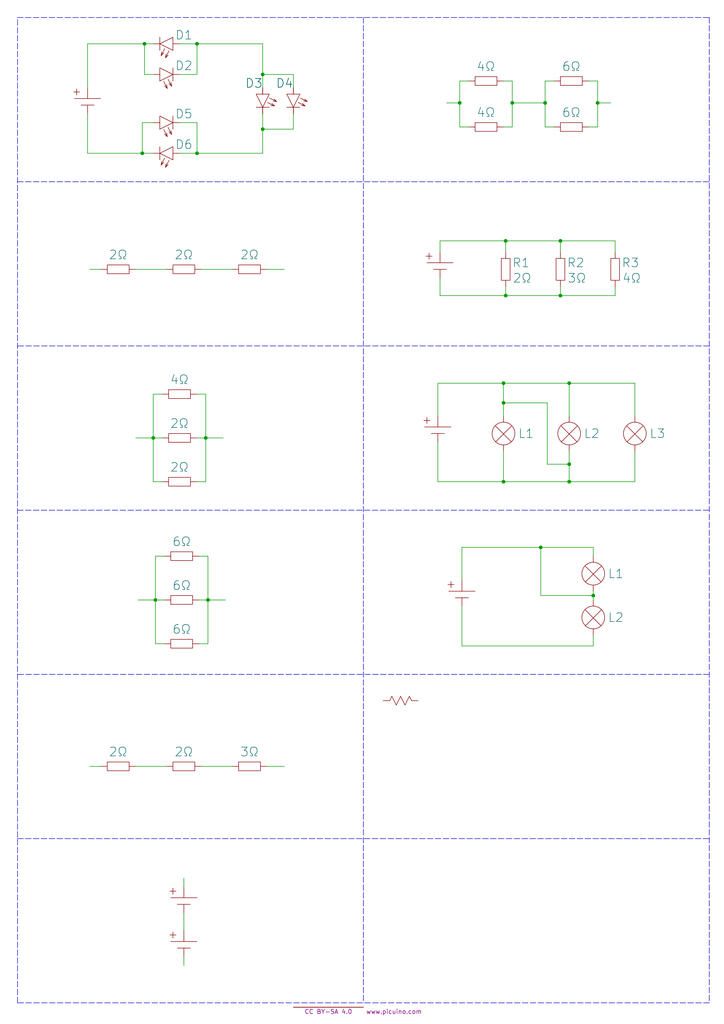
<source format=kicad_sch>
(kicad_sch (version 20231120) (generator "eeschema") (generator_version "8.0")
  (paper "A4" portrait)
  (title_block (title "Circuitos eléctricos para Test Picuino") (date "16/02/2021") (company "www.picuino.com") (comment 1 "Copyright (c) 2021 by Carlos Pardo") (comment 2 "License CC BY-SA 4.0"))
  (lib_symbols
    (symbol "electric-circuits-rescue:CopyRight-simbolos" (pin_names (offset 1.016))
      (property "License" "CC BY-SA 4.0" (at -1.27 -1.27 0))
      (property "Web" "www.picuino.com" (at 0 -1.27 0))
      (symbol "CopyRight-simbolos_0_1"
        (polyline (pts (xy -10.16 0) (xy 10.16 0)) (stroke (width 0.2032)))
      )
    )
    (symbol "electric-circuits-rescue:Pila-simbolos" (pin_names (offset 1.016))
      (property "Reference" "V" (at 5.08 -4.445 0))
      (symbol "Pila-simbolos_0_1"
        (polyline (pts (xy -4.064 -1.27) (xy -2.286 -1.27)))
        (polyline (pts (xy -3.81 -3.175) (xy 3.81 -3.175)))
        (polyline (pts (xy -3.175 -0.381) (xy -3.175 -2.159)))
        (polyline (pts (xy -1.905 -5.08) (xy 1.905 -5.08)))
      )
      (symbol "Pila-simbolos_1_1"
        (pin input line (at 0 -7.62 90) (length 2.54) (name "") (number ""))
        (pin input line (at 0 0 270) (length 3.175) (name "") (number ""))
      )
    )
    (symbol "electric-circuits-rescue:diodo_led-simbolos" (pin_names (offset 1.016))
      (property "Reference" "D" (at 5.08 -3.81 0))
      (symbol "diodo_led-simbolos_0_1"
        (polyline (pts (xy 1.397 -4.318) (xy 3.429 -5.334)))
        (polyline (pts (xy 1.905 -5.715) (xy -1.905 -5.715)))
        (polyline (pts (xy 2.032 -3.048) (xy 4.064 -4.064)))
        (polyline (pts (xy 3.429 -5.334) (xy 2.3622 -5.1816)))
        (polyline (pts (xy 3.429 -5.334) (xy 2.667 -4.572)))
        (polyline (pts (xy 4.064 -4.064) (xy 2.9972 -3.9116)))
        (polyline (pts (xy 4.064 -4.064) (xy 3.302 -3.302)))
        (polyline (pts (xy 1.905 -1.905) (xy -1.905 -1.905) (xy 0 -5.715) (xy 1.905 -1.905)))
      )
      (symbol "diodo_led-simbolos_1_1"
        (pin input line (at 0 -7.62 90) (length 1.905) (name "") (number ""))
        (pin input line (at 0 0 270) (length 1.905) (name "") (number ""))
      )
    )
    (symbol "electric-circuits-rescue:lampara-simbolos" (pin_names (offset 1.016))
      (property "Reference" "L" (at 4.445 -5.08 0))
      (symbol "lampara-simbolos_0_1"
        (circle (center 0 -5.08) (radius 3.302))
        (polyline (pts (xy -2.286 -7.493) (xy 2.286 -2.921)))
        (polyline (pts (xy -2.286 -2.921) (xy 2.286 -7.493)))
      )
      (symbol "lampara-simbolos_1_1"
        (pin input line (at 0 -10.16 90) (length 1.778) (name "") (number ""))
        (pin input line (at 0 0 270) (length 1.778) (name "") (number ""))
      )
    )
    (symbol "electric-circuits-rescue:resistencia-simbolos" (pin_names (offset 1.016))
      (property "Reference" "R" (at 1.905 -5.08 0))
      (symbol "resistencia-simbolos_0_1"
        (rectangle (start -1.27 -1.905) (end 1.27 -8.255))
      )
      (symbol "resistencia-simbolos_1_1"
        (pin input line (at 0 -10.16 90) (length 1.905) (name "") (number ""))
        (pin input line (at 0 0 270) (length 1.905) (name "") (number ""))
      )
    )
    (symbol "electric-circuits-rescue:resistencia2-simbolos" (pin_names (offset 1.016))
      (property "Reference" "R" (at 1.905 -5.08 0))
      (symbol "resistencia2-simbolos_0_1"
        (polyline (pts (xy 0 -1.905) (xy -1.27 -2.54) (xy 1.27 -3.81) (xy -1.27 -5.08) (xy 1.27 -6.35) (xy -1.27 -7.62) (xy 0 -8.255)))
      )
      (symbol "resistencia2-simbolos_1_1"
        (pin input line (at 0 -10.16 90) (length 1.905) (name "") (number ""))
        (pin input line (at 0 0 270) (length 1.905) (name "") (number ""))
      )
    )
  )
  (junction (at 146.685 85.725))
  (junction (at 76.2 37.465))
  (junction (at 146.05 116.84))
  (junction (at 165.1 111.125))
  (junction (at 173.355 29.845))
  (junction (at 146.05 111.125))
  (junction (at 76.2 21.59))
  (junction (at 44.45 127))
  (junction (at 156.845 158.75))
  (junction (at 57.15 44.45))
  (junction (at 148.59 29.845))
  (junction (at 158.115 29.845))
  (junction (at 146.685 69.85))
  (junction (at 146.05 139.7))
  (junction (at 41.91 12.7))
  (junction (at 133.35 29.845))
  (junction (at 57.15 12.7))
  (junction (at 162.56 85.725))
  (junction (at 41.275 44.45))
  (junction (at 162.56 69.85))
  (junction (at 165.1 139.7))
  (junction (at 45.085 173.99))
  (junction (at 60.325 173.99))
  (junction (at 59.69 127))
  (junction (at 172.085 172.72))
  (junction (at 165.1 134.62))
  (wire (pts (xy 76.2 21.59) (xy 76.2 25.4)))
  (wire (pts (xy 44.45 127) (xy 39.37 127)))
  (wire (pts (xy 133.985 158.75) (xy 133.985 168.275)))
  (wire (pts (xy 146.05 116.84) (xy 146.05 111.125)))
  (wire (pts (xy 158.115 23.495) (xy 158.115 29.845)))
  (wire (pts (xy 60.325 173.99) (xy 57.785 173.99)))
  (wire (pts (xy 67.31 78.105) (xy 58.42 78.105)))
  (wire (pts (xy 146.05 139.7) (xy 165.1 139.7)))
  (wire (pts (xy 165.1 130.81) (xy 165.1 134.62)))
  (wire (pts (xy 59.69 139.7) (xy 57.15 139.7)))
  (wire (pts (xy 57.785 161.29) (xy 60.325 161.29)))
  (wire (pts (xy 133.985 187.325) (xy 172.085 187.325)))
  (wire (pts (xy 146.05 120.65) (xy 146.05 116.84)))
  (polyline (pts (xy 205.74 290.83) (xy 5.08 290.83)) (stroke (width 0) (type dash)))
  (wire (pts (xy 25.4 25.4) (xy 25.4 12.7)))
  (wire (pts (xy 127 111.125) (xy 146.05 111.125)))
  (wire (pts (xy 25.4 12.7) (xy 41.91 12.7)))
  (wire (pts (xy 53.34 264.795) (xy 53.34 269.875)))
  (wire (pts (xy 172.085 171.45) (xy 172.085 172.72)))
  (wire (pts (xy 47.625 186.69) (xy 45.085 186.69)))
  (wire (pts (xy 45.085 173.99) (xy 47.625 173.99)))
  (wire (pts (xy 57.15 35.56) (xy 57.15 44.45)))
  (wire (pts (xy 76.2 21.59) (xy 85.09 21.59)))
  (polyline (pts (xy 5.08 52.705) (xy 205.74 52.705)) (stroke (width 0) (type dash)))
  (wire (pts (xy 45.085 186.69) (xy 45.085 173.99)))
  (wire (pts (xy 158.75 134.62) (xy 165.1 134.62)))
  (wire (pts (xy 44.45 127) (xy 46.99 127)))
  (wire (pts (xy 162.56 85.725) (xy 162.56 83.185)))
  (wire (pts (xy 127.635 69.85) (xy 146.685 69.85)))
  (wire (pts (xy 146.685 69.85) (xy 146.685 73.025)))
  (wire (pts (xy 165.1 139.7) (xy 184.15 139.7)))
  (wire (pts (xy 85.09 21.59) (xy 85.09 25.4)))
  (wire (pts (xy 41.91 12.7) (xy 44.45 12.7)))
  (polyline (pts (xy 205.74 5.08) (xy 205.74 290.83)) (stroke (width 0) (type dash)))
  (polyline (pts (xy 205.74 195.58) (xy 5.08 195.58)) (stroke (width 0) (type dash)))
  (wire (pts (xy 133.35 23.495) (xy 133.35 29.845)))
  (wire (pts (xy 127 128.27) (xy 127 139.7)))
  (wire (pts (xy 133.985 175.895) (xy 133.985 187.325)))
  (polyline (pts (xy 5.08 290.83) (xy 5.08 5.08)) (stroke (width 0) (type dash)))
  (wire (pts (xy 53.34 277.495) (xy 53.34 280.035)))
  (polyline (pts (xy 5.08 5.08) (xy 205.74 5.08)) (stroke (width 0) (type dash)))
  (polyline (pts (xy 105.41 5.08) (xy 105.41 290.83)) (stroke (width 0) (type dash)))
  (wire (pts (xy 146.685 85.725) (xy 162.56 85.725)))
  (wire (pts (xy 29.21 222.25) (xy 26.035 222.25)))
  (wire (pts (xy 146.685 69.85) (xy 162.56 69.85)))
  (wire (pts (xy 148.59 29.845) (xy 148.59 36.83)))
  (wire (pts (xy 158.115 23.495) (xy 160.655 23.495)))
  (wire (pts (xy 60.325 161.29) (xy 60.325 173.99)))
  (wire (pts (xy 146.05 23.495) (xy 148.59 23.495)))
  (wire (pts (xy 41.91 21.59) (xy 44.45 21.59)))
  (wire (pts (xy 127 111.125) (xy 127 120.65)))
  (wire (pts (xy 133.35 29.845) (xy 129.54 29.845)))
  (wire (pts (xy 25.4 44.45) (xy 25.4 33.02)))
  (wire (pts (xy 133.985 158.75) (xy 156.845 158.75)))
  (wire (pts (xy 53.34 254.635) (xy 53.34 257.175)))
  (wire (pts (xy 146.685 83.185) (xy 146.685 85.725)))
  (wire (pts (xy 165.1 111.125) (xy 184.15 111.125)))
  (wire (pts (xy 67.31 222.25) (xy 58.42 222.25)))
  (wire (pts (xy 60.325 186.69) (xy 57.785 186.69)))
  (wire (pts (xy 41.275 44.45) (xy 25.4 44.45)))
  (wire (pts (xy 60.325 173.99) (xy 60.325 186.69)))
  (wire (pts (xy 76.2 12.7) (xy 76.2 21.59)))
  (wire (pts (xy 60.325 173.99) (xy 65.405 173.99)))
  (wire (pts (xy 45.085 173.99) (xy 45.085 161.29)))
  (wire (pts (xy 173.355 29.845) (xy 173.355 36.83)))
  (wire (pts (xy 172.085 172.72) (xy 172.085 173.99)))
  (wire (pts (xy 46.99 139.7) (xy 44.45 139.7)))
  (wire (pts (xy 146.05 111.125) (xy 165.1 111.125)))
  (wire (pts (xy 45.085 161.29) (xy 47.625 161.29)))
  (wire (pts (xy 39.37 222.25) (xy 48.26 222.25)))
  (wire (pts (xy 127.635 85.725) (xy 127.635 80.645)))
  (wire (pts (xy 146.05 130.81) (xy 146.05 139.7)))
  (wire (pts (xy 39.37 78.105) (xy 48.26 78.105)))
  (wire (pts (xy 148.59 23.495) (xy 148.59 29.845)))
  (wire (pts (xy 173.355 36.83) (xy 170.815 36.83)))
  (wire (pts (xy 148.59 29.845) (xy 158.115 29.845)))
  (wire (pts (xy 162.56 85.725) (xy 178.435 85.725)))
  (wire (pts (xy 158.115 36.83) (xy 158.115 29.845)))
  (polyline (pts (xy 205.74 100.33) (xy 5.08 100.33)) (stroke (width 0) (type dash)))
  (wire (pts (xy 44.45 35.56) (xy 41.275 35.56)))
  (wire (pts (xy 59.69 114.3) (xy 59.69 127)))
  (wire (pts (xy 127 139.7) (xy 146.05 139.7)))
  (wire (pts (xy 133.35 23.495) (xy 135.89 23.495)))
  (wire (pts (xy 57.15 44.45) (xy 52.07 44.45)))
  (wire (pts (xy 41.91 12.7) (xy 41.91 21.59)))
  (wire (pts (xy 172.085 161.29) (xy 172.085 158.75)))
  (wire (pts (xy 76.2 33.02) (xy 76.2 37.465)))
  (wire (pts (xy 162.56 69.85) (xy 178.435 69.85)))
  (wire (pts (xy 57.15 12.7) (xy 52.07 12.7)))
  (wire (pts (xy 44.45 139.7) (xy 44.45 127)))
  (wire (pts (xy 77.47 78.105) (xy 82.55 78.105)))
  (wire (pts (xy 52.07 21.59) (xy 57.15 21.59)))
  (wire (pts (xy 76.2 37.465) (xy 85.09 37.465)))
  (wire (pts (xy 173.355 29.845) (xy 177.165 29.845)))
  (wire (pts (xy 127.635 73.025) (xy 127.635 69.85)))
  (wire (pts (xy 178.435 85.725) (xy 178.435 83.185)))
  (wire (pts (xy 156.845 158.75) (xy 172.085 158.75)))
  (wire (pts (xy 133.35 36.83) (xy 135.89 36.83)))
  (wire (pts (xy 146.05 116.84) (xy 158.75 116.84)))
  (wire (pts (xy 76.2 37.465) (xy 76.2 44.45)))
  (wire (pts (xy 158.115 36.83) (xy 160.655 36.83)))
  (wire (pts (xy 57.15 12.7) (xy 76.2 12.7)))
  (wire (pts (xy 184.15 139.7) (xy 184.15 130.81)))
  (wire (pts (xy 146.685 85.725) (xy 127.635 85.725)))
  (wire (pts (xy 85.09 37.465) (xy 85.09 33.02)))
  (wire (pts (xy 133.35 29.845) (xy 133.35 36.83)))
  (wire (pts (xy 165.1 120.65) (xy 165.1 111.125)))
  (wire (pts (xy 165.1 134.62) (xy 165.1 139.7)))
  (wire (pts (xy 41.275 35.56) (xy 41.275 44.45)))
  (wire (pts (xy 172.085 172.72) (xy 156.845 172.72)))
  (wire (pts (xy 162.56 69.85) (xy 162.56 73.025)))
  (polyline (pts (xy 5.08 147.955) (xy 205.74 147.955)) (stroke (width 0) (type dash)))
  (wire (pts (xy 44.45 127) (xy 44.45 114.3)))
  (wire (pts (xy 148.59 36.83) (xy 146.05 36.83)))
  (wire (pts (xy 170.815 23.495) (xy 173.355 23.495)))
  (wire (pts (xy 41.275 44.45) (xy 44.45 44.45)))
  (wire (pts (xy 156.845 172.72) (xy 156.845 158.75)))
  (wire (pts (xy 184.15 120.65) (xy 184.15 111.125)))
  (wire (pts (xy 57.15 114.3) (xy 59.69 114.3)))
  (wire (pts (xy 59.69 127) (xy 57.15 127)))
  (wire (pts (xy 173.355 23.495) (xy 173.355 29.845)))
  (wire (pts (xy 76.2 44.45) (xy 57.15 44.45)))
  (wire (pts (xy 59.69 127) (xy 59.69 139.7)))
  (wire (pts (xy 158.75 116.84) (xy 158.75 134.62)))
  (polyline (pts (xy 5.08 243.205) (xy 205.74 243.205)) (stroke (width 0) (type dash)))
  (wire (pts (xy 44.45 114.3) (xy 46.99 114.3)))
  (wire (pts (xy 77.47 222.25) (xy 82.55 222.25)))
  (wire (pts (xy 57.15 21.59) (xy 57.15 12.7)))
  (wire (pts (xy 52.07 35.56) (xy 57.15 35.56)))
  (wire (pts (xy 45.085 173.99) (xy 40.005 173.99)))
  (wire (pts (xy 29.21 78.105) (xy 26.035 78.105)))
  (wire (pts (xy 59.69 127) (xy 64.77 127)))
  (wire (pts (xy 178.435 69.85) (xy 178.435 73.025)))
  (wire (pts (xy 172.085 184.15) (xy 172.085 187.325)))
  (text "47" (at 219.075 31.75 0) (effects (font (size 7.62 7.62)) (justify left bottom)))
  (text "48" (at 218.44 78.105 0) (effects (font (size 7.62 7.62)) (justify left bottom)))
  (text "42" (at -19.05 81.28 0) (effects (font (size 7.62 7.62)) (justify left bottom)))
  (text "41" (at -19.685 32.385 0) (effects (font (size 7.62 7.62)) (justify left bottom)))
  (symbol (lib_id "electric-circuits-rescue:resistencia-simbolos") (at 39.37 78.105 270) (unit 1)
    (property "Reference" "R?" (effects (hide yes)))
    (property "Value" "2Ω" (at 34.29 73.8886 90) (effects (font (size 2.54 2.54))))
  )
  (symbol (lib_id "electric-circuits-rescue:resistencia-simbolos") (at 58.42 78.105 270) (unit 1)
    (property "Reference" "R?" (effects (hide yes)))
    (property "Value" "2Ω" (at 53.34 73.8886 90) (effects (font (size 2.54 2.54))))
  )
  (symbol (lib_id "electric-circuits-rescue:resistencia-simbolos") (at 77.47 78.105 270) (unit 1)
    (property "Reference" "R?" (effects (hide yes)))
    (property "Value" "2Ω" (at 72.39 73.8886 90) (effects (font (size 2.54 2.54))))
  )
  (symbol (lib_id "electric-circuits-rescue:resistencia-simbolos") (at 57.15 114.3 270) (unit 1)
    (property "Reference" "R?" (effects (hide yes)))
    (property "Value" "4Ω" (at 52.07 110.0836 90) (effects (font (size 2.54 2.54))))
  )
  (symbol (lib_id "electric-circuits-rescue:resistencia-simbolos") (at 57.15 127 270) (unit 1)
    (property "Reference" "R?" (effects (hide yes)))
    (property "Value" "2Ω" (at 52.07 122.7836 90) (effects (font (size 2.54 2.54))))
  )
  (symbol (lib_id "electric-circuits-rescue:resistencia-simbolos") (at 57.15 139.7 270) (unit 1)
    (property "Reference" "R?" (effects (hide yes)))
    (property "Value" "2Ω" (at 52.07 135.4836 90) (effects (font (size 2.54 2.54))))
  )
  (symbol (lib_id "electric-circuits-rescue:resistencia-simbolos") (at 57.785 161.29 270) (unit 1)
    (property "Reference" "R?" (effects (hide yes)))
    (property "Value" "6Ω" (at 52.705 157.0736 90) (effects (font (size 2.54 2.54))))
  )
  (symbol (lib_id "electric-circuits-rescue:resistencia-simbolos") (at 57.785 173.99 270) (unit 1)
    (property "Reference" "R?" (effects (hide yes)))
    (property "Value" "6Ω" (at 52.705 169.7736 90) (effects (font (size 2.54 2.54))))
  )
  (symbol (lib_id "electric-circuits-rescue:resistencia-simbolos") (at 57.785 186.69 270) (unit 1)
    (property "Reference" "R?" (effects (hide yes)))
    (property "Value" "6Ω" (at 52.705 182.4736 90) (effects (font (size 2.54 2.54))))
  )
  (symbol (lib_id "electric-circuits-rescue:resistencia-simbolos") (at 39.37 222.25 270) (unit 1)
    (property "Reference" "R?" (effects (hide yes)))
    (property "Value" "2Ω" (at 34.29 218.0336 90) (effects (font (size 2.54 2.54))))
  )
  (symbol (lib_id "electric-circuits-rescue:resistencia-simbolos") (at 58.42 222.25 270) (unit 1)
    (property "Reference" "R?" (effects (hide yes)))
    (property "Value" "2Ω" (at 53.34 218.0336 90) (effects (font (size 2.54 2.54))))
  )
  (symbol (lib_id "electric-circuits-rescue:resistencia-simbolos") (at 77.47 222.25 270) (unit 1)
    (property "Reference" "R?" (effects (hide yes)))
    (property "Value" "3Ω" (at 72.39 218.0336 90) (effects (font (size 2.54 2.54))))
  )
  (symbol (lib_id "electric-circuits-rescue:Pila-simbolos") (at 53.34 257.175 0) (unit 1)
    (property "Reference" "V1" (effects (hide yes)))
    (property "Value" "Pila" (effects (hide yes)))
  )
  (symbol (lib_id "electric-circuits-rescue:Pila-simbolos") (at 53.34 269.875 0) (unit 1)
    (property "Reference" "V2" (effects (hide yes)))
    (property "Value" "Pila" (effects (hide yes)))
  )
  (symbol (lib_id "electric-circuits-rescue:resistencia2-simbolos") (at 121.285 203.2 270) (unit 1)
    (property "Reference" "R?" (effects (hide yes)))
    (property "Value" "resistencia2" (effects (hide yes)))
  )
  (symbol (lib_id "electric-circuits-rescue:resistencia-simbolos") (at 146.05 23.495 270) (unit 1)
    (property "Reference" "R?" (effects (hide yes)))
    (property "Value" "4Ω" (at 140.97 19.2786 90) (effects (font (size 2.54 2.54))))
  )
  (symbol (lib_id "electric-circuits-rescue:resistencia-simbolos") (at 146.05 36.83 270) (unit 1)
    (property "Reference" "R?" (effects (hide yes)))
    (property "Value" "4Ω" (at 140.97 32.6136 90) (effects (font (size 2.54 2.54))))
  )
  (symbol (lib_id "electric-circuits-rescue:resistencia-simbolos") (at 170.815 23.495 270) (unit 1)
    (property "Reference" "R?" (effects (hide yes)))
    (property "Value" "6Ω" (at 165.735 19.2786 90) (effects (font (size 2.54 2.54))))
  )
  (symbol (lib_id "electric-circuits-rescue:resistencia-simbolos") (at 170.815 36.83 270) (unit 1)
    (property "Reference" "R?" (effects (hide yes)))
    (property "Value" "6Ω" (at 165.735 32.6136 90) (effects (font (size 2.54 2.54))))
  )
  (symbol (lib_id "electric-circuits-rescue:Pila-simbolos") (at 127.635 73.025 0) (unit 1)
    (property "Reference" "V?" (effects (hide yes)))
    (property "Value" "Pila" (effects (hide yes)))
  )
  (symbol (lib_id "electric-circuits-rescue:resistencia-simbolos") (at 146.685 83.185 180) (unit 1)
    (property "Reference" "R1" (at 151.13 76.2 0) (effects (font (size 2.54 2.54))))
    (property "Value" "2Ω" (at 148.59 80.645 0) (effects (font (size 2.54 2.54)) (justify right)))
  )
  (symbol (lib_id "electric-circuits-rescue:resistencia-simbolos") (at 162.56 83.185 180) (unit 1)
    (property "Reference" "R2" (at 167.005 76.2 0) (effects (font (size 2.54 2.54))))
    (property "Value" "3Ω" (at 164.465 80.645 0) (effects (font (size 2.54 2.54)) (justify right)))
  )
  (symbol (lib_id "electric-circuits-rescue:resistencia-simbolos") (at 178.435 83.185 180) (unit 1)
    (property "Reference" "R3" (at 182.88 76.2 0) (effects (font (size 2.54 2.54))))
    (property "Value" "4Ω" (at 180.34 80.645 0) (effects (font (size 2.54 2.54)) (justify right)))
  )
  (symbol (lib_id "electric-circuits-rescue:Pila-simbolos") (at 127 120.65 0) (unit 1)
    (property "Reference" "V?" (effects (hide yes)))
    (property "Value" "Pila" (effects (hide yes)))
  )
  (symbol (lib_id "electric-circuits-rescue:lampara-simbolos") (at 146.05 120.65 0) (unit 1)
    (property "Reference" "L1" (at 150.1394 125.73 0) (effects (font (size 2.54 2.54)) (justify left)))
    (property "Value" "lampara" (effects (hide yes)))
  )
  (symbol (lib_id "electric-circuits-rescue:lampara-simbolos") (at 165.1 120.65 0) (unit 1)
    (property "Reference" "L2" (at 169.1894 125.73 0) (effects (font (size 2.54 2.54)) (justify left)))
    (property "Value" "lampara" (effects (hide yes)))
  )
  (symbol (lib_id "electric-circuits-rescue:lampara-simbolos") (at 184.15 120.65 0) (unit 1)
    (property "Reference" "L3" (at 188.2394 125.73 0) (effects (font (size 2.54 2.54)) (justify left)))
    (property "Value" "lampara" (effects (hide yes)))
  )
  (symbol (lib_id "electric-circuits-rescue:Pila-simbolos") (at 133.985 168.275 0) (unit 1)
    (property "Reference" "V?" (effects (hide yes)))
    (property "Value" "Pila" (effects (hide yes)))
  )
  (symbol (lib_id "electric-circuits-rescue:lampara-simbolos") (at 172.085 161.29 0) (unit 1)
    (property "Reference" "L1" (at 176.1744 166.37 0) (effects (font (size 2.54 2.54)) (justify left)))
    (property "Value" "lampara" (effects (hide yes)))
  )
  (symbol (lib_id "electric-circuits-rescue:lampara-simbolos") (at 172.085 173.99 0) (unit 1)
    (property "Reference" "L2" (at 176.1744 179.07 0) (effects (font (size 2.54 2.54)) (justify left)))
    (property "Value" "lampara" (effects (hide yes)))
  )
  (symbol (lib_id "electric-circuits-rescue:Pila-simbolos") (at 25.4 25.4 0) (unit 1)
    (property "Reference" "V?" (effects (hide yes)))
    (property "Value" "Pila" (effects (hide yes)))
  )
  (symbol (lib_id "electric-circuits-rescue:diodo_led-simbolos") (at 52.07 12.7 270) (unit 1)
    (property "Reference" "D1" (at 53.34 10.16 90) (effects (font (size 2.54 2.54))))
    (property "Value" "diodo_led" (effects (hide yes)))
  )
  (symbol (lib_id "electric-circuits-rescue:diodo_led-simbolos") (at 44.45 21.59 90) (mirror x) (unit 1)
    (property "Reference" "D2" (at 53.34 19.05 90) (effects (font (size 2.54 2.54))))
    (property "Value" "diodo_led" (effects (hide yes)))
  )
  (symbol (lib_id "electric-circuits-rescue:diodo_led-simbolos") (at 52.07 44.45 270) (unit 1)
    (property "Reference" "D6" (at 53.34 41.91 90) (effects (font (size 2.54 2.54))))
    (property "Value" "diodo_led" (effects (hide yes)))
  )
  (symbol (lib_id "electric-circuits-rescue:diodo_led-simbolos") (at 44.45 35.56 90) (mirror x) (unit 1)
    (property "Reference" "D5" (at 53.34 33.02 90) (effects (font (size 2.54 2.54))))
    (property "Value" "diodo_led" (effects (hide yes)))
  )
  (symbol (lib_id "electric-circuits-rescue:diodo_led-simbolos") (at 76.2 25.4 0) (unit 1)
    (property "Reference" "D3" (at 73.66 24.13 0) (effects (font (size 2.54 2.54))))
    (property "Value" "diodo_led" (effects (hide yes)))
  )
  (symbol (lib_id "electric-circuits-rescue:diodo_led-simbolos") (at 85.09 25.4 0) (unit 1)
    (property "Reference" "D4" (at 82.55 24.13 0) (effects (font (size 2.54 2.54))))
    (property "Value" "diodo_led" (effects (hide yes)))
  )
  (symbol (lib_id "electric-circuits-rescue:CopyRight-simbolos") (at 95.25 292.1 0) (unit 1)
    (property "Reference" "CP?" (effects (hide yes)))
    (property "Value" "CopyRight" (effects (hide yes)))
    (property "License" "CC BY-SA 4.0" (at 95.25 293.37 0))
    (property "Web" "www.picuino.com" (at 114.3 293.37 0))
  )
)
</source>
